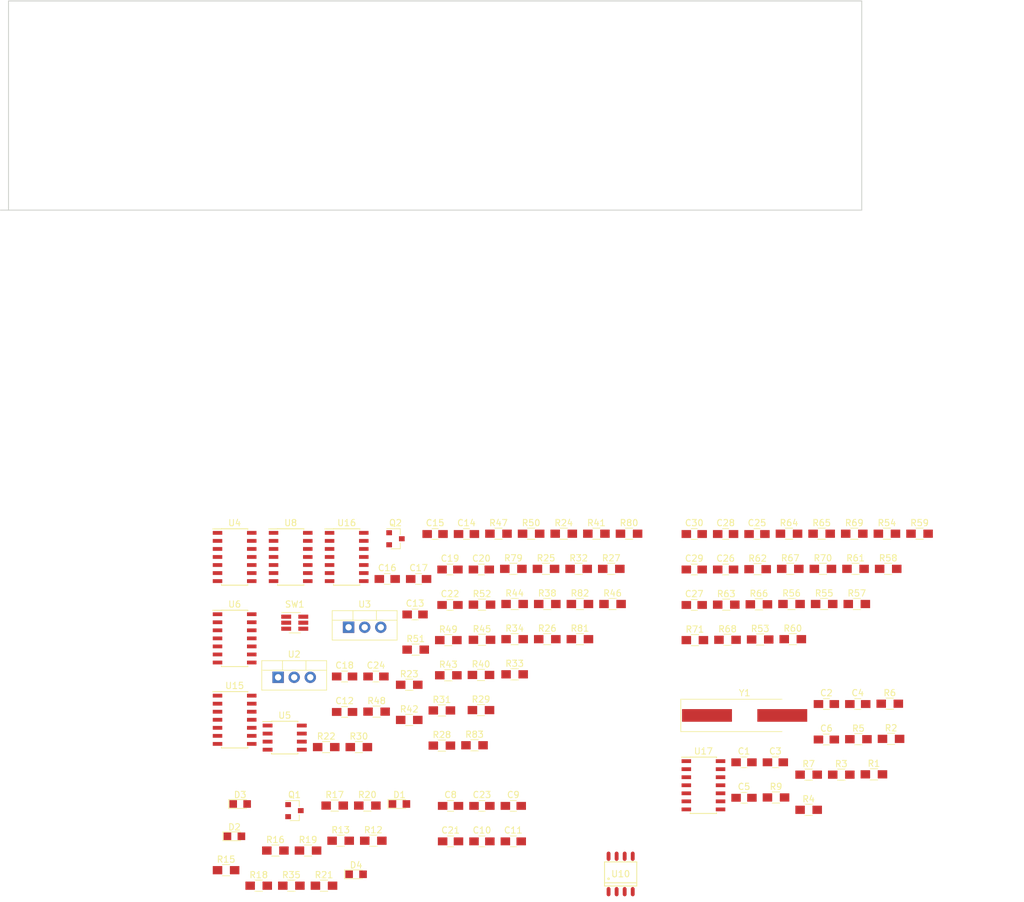
<source format=kicad_pcb>
(kicad_pcb (version 4) (host pcbnew 4.0.2-stable)
  (layers (0 F.Cu signal) (31 B.Cu signal) (34 B.Paste user) (35 F.Paste user) (36 B.SilkS user) (37 F.SilkS user) (38 B.Mask user) (39 F.Mask user) (44 Edge.Cuts user))
  (net 0 "")
  (net 1 GND)
  (net 2 /A1_LV)
  (net 3 /A2_LV)
  (net 4 "Net-(C3-Pad1)")
  (net 5 /IMD)
  (net 6 "Net-(C4-Pad2)")
  (net 7 "Net-(C5-Pad1)")
  (net 8 "Net-(C6-Pad1)")
  (net 9 "Net-(C8-Pad1)")
  (net 10 "/Power System/HV-")
  (net 11 +24V)
  (net 12 "/Power System/LVRTN")
  (net 13 /ThrottlePlausibility/APPS1_10)
  (net 14 +5V)
  (net 15 /ThrottlePlausibility/APPS1)
  (net 16 /ThrottlePlausibility/RTN_GLV)
  (net 17 "Net-(C18-Pad1)")
  (net 18 "Net-(C19-Pad2)")
  (net 19 "Net-(C20-Pad1)")
  (net 20 /ThrottlePlausibility/BP_uC)
  (net 21 "/Power System/HVPL")
  (net 22 "/Power System/HVPL_RTN")
  (net 23 "Net-(C24-Pad1)")
  (net 24 "Net-(C24-Pad2)")
  (net 25 /Isolators/+5HV)
  (net 26 /Isolators/I/O_Ground)
  (net 27 "Net-(C26-Pad2)")
  (net 28 "Net-(C27-Pad1)")
  (net 29 "Net-(C28-Pad1)")
  (net 30 "Net-(C28-Pad2)")
  (net 31 "Net-(C29-Pad1)")
  (net 32 "Net-(C30-Pad2)")
  (net 33 "Net-(D1-Pad2)")
  (net 34 "Net-(D2-Pad2)")
  (net 35 "Net-(D3-Pad2)")
  (net 36 "Net-(D4-Pad2)")
  (net 37 "Net-(Q1-Pad1)")
  (net 38 Brake_Light)
  (net 39 "Net-(Q2-Pad1)")
  (net 40 "Net-(Q2-Pad2)")
  (net 41 "Net-(Q2-Pad3)")
  (net 42 /IMD_PWM)
  (net 43 "Net-(R2-Pad1)")
  (net 44 "Net-(R3-Pad1)")
  (net 45 /I_Measure)
  (net 46 "Net-(R7-Pad1)")
  (net 47 AIRs+_in)
  (net 48 "Net-(R9-Pad2)")
  (net 49 "Net-(R12-Pad1)")
  (net 50 "/Status Lights/D_LED_CTRL")
  (net 51 "/Status Lights/BP_uC")
  (net 52 "Net-(R15-Pad1)")
  (net 53 "/Status Lights/RTDS_CTRL")
  (net 54 "Net-(R16-Pad2)")
  (net 55 +12V)
  (net 56 Heartbeat)
  (net 57 Spare_Red)
  (net 58 Spare_Blue)
  (net 59 "Net-(R22-Pad1)")
  (net 60 "Net-(R24-Pad1)")
  (net 61 "Net-(R25-Pad1)")
  (net 62 /ThrottlePlausibility/APPS1_ISO)
  (net 63 "Net-(R28-Pad1)")
  (net 64 "Net-(R29-Pad1)")
  (net 65 "Net-(R31-Pad1)")
  (net 66 "Net-(R32-Pad1)")
  (net 67 "Net-(R33-Pad1)")
  (net 68 "Net-(R35-Pad2)")
  (net 69 "Net-(R38-Pad1)")
  (net 70 "Net-(R38-Pad2)")
  (net 71 "Net-(R40-Pad1)")
  (net 72 "Net-(R41-Pad1)")
  (net 73 "Net-(R42-Pad1)")
  (net 74 "Net-(R43-Pad1)")
  (net 75 "Net-(R44-Pad1)")
  (net 76 "Net-(R45-Pad1)")
  (net 77 /ThrottlePlausibility/uC_THROTTLE)
  (net 78 /ThrottlePlausibility/Throttle_PL)
  (net 79 /ThrottlePlausibility/BP)
  (net 80 "Net-(R53-Pad1)")
  (net 81 /Isolators/V_Measure)
  (net 82 "Net-(R54-Pad1)")
  (net 83 "Net-(R57-Pad1)")
  (net 84 /Isolators/Throttle_LV)
  (net 85 "Net-(R59-Pad1)")
  (net 86 "Net-(R60-Pad1)")
  (net 87 "Net-(R63-Pad1)")
  (net 88 "Net-(R64-Pad1)")
  (net 89 /Isolators/Throttle_HV)
  (net 90 "Net-(R66-Pad1)")
  (net 91 "Net-(R67-Pad1)")
  (net 92 "Net-(R68-Pad1)")
  (net 93 "Net-(R69-Pad1)")
  (net 94 /Isolators/HV+)
  (net 95 /Isolators/HV-)
  (net 96 "Net-(R79-Pad1)")
  (net 97 "Net-(R80-Pad2)")
  (net 98 /ThrottlePlausibility/Pedal_Out)
  (net 99 /ThrottlePlausibility/Throttle_LV)
  (net 100 "/CAN Transceiver/CANTX")
  (net 101 "/CAN Transceiver/CANRX")
  (net 102 "Net-(U10-Pad5)")
  (net 103 CANL)
  (net 104 CANH)
  (net 105 "Net-(R10-Pad1)")
  (module Capacitors_SMD:C_0805_HandSoldering (layer F.Cu) (at 229.075001 149.405)
    (fp_text reference C1 (at 0 -1.75) (layer F.SilkS))
    (fp_text value 0.1u)
    (pad 1 smd rect (at -1.25 0) (size 1.5 1.25) (layers F.Cu F.Paste F.Mask) (net 1 GND))
    (pad 2 smd rect (at 1.25 0) (size 1.5 1.25) (layers F.Cu F.Paste F.Mask) (net 2 /A1_LV))
  )
  (module Capacitors_SMD:C_0805_HandSoldering (layer F.Cu) (at 242.075001 140.205)
    (fp_text reference C2 (at 0 -1.75) (layer F.SilkS))
    (fp_text value 0.1u)
    (pad 1 smd rect (at -1.25 0) (size 1.5 1.25) (layers F.Cu F.Paste F.Mask) (net 3 /A2_LV))
    (pad 2 smd rect (at 1.25 0) (size 1.5 1.25) (layers F.Cu F.Paste F.Mask) (net 1 GND))
  )
  (module Capacitors_SMD:C_0805_HandSoldering (layer F.Cu) (at 234.025001 149.405)
    (fp_text reference C3 (at 0 -1.75) (layer F.SilkS))
    (fp_text value 0.47u)
    (pad 1 smd rect (at -1.25 0) (size 1.5 1.25) (layers F.Cu F.Paste F.Mask) (net 4 "Net-(C3-Pad1)"))
    (pad 2 smd rect (at 1.25 0) (size 1.5 1.25) (layers F.Cu F.Paste F.Mask) (net 1 GND))
  )
  (module Capacitors_SMD:C_0805_HandSoldering (layer F.Cu) (at 247.025001 140.205)
    (fp_text reference C4 (at 0 -1.75) (layer F.SilkS))
    (fp_text value 0.47u)
    (pad 1 smd rect (at -1.25 0) (size 1.5 1.25) (layers F.Cu F.Paste F.Mask) (net 5 /IMD))
    (pad 2 smd rect (at 1.25 0) (size 1.5 1.25) (layers F.Cu F.Paste F.Mask) (net 6 "Net-(C4-Pad2)"))
  )
  (module Capacitors_SMD:C_0805_HandSoldering (layer F.Cu) (at 229.075001 155.005)
    (fp_text reference C5 (at 0 -1.75) (layer F.SilkS))
    (fp_text value 10p)
    (pad 1 smd rect (at -1.25 0) (size 1.5 1.25) (layers F.Cu F.Paste F.Mask) (net 7 "Net-(C5-Pad1)"))
    (pad 2 smd rect (at 1.25 0) (size 1.5 1.25) (layers F.Cu F.Paste F.Mask) (net 1 GND))
  )
  (module Capacitors_SMD:C_0805_HandSoldering (layer F.Cu) (at 242.075001 145.805)
    (fp_text reference C6 (at 0 -1.75) (layer F.SilkS))
    (fp_text value 10p)
    (pad 1 smd rect (at -1.25 0) (size 1.5 1.25) (layers F.Cu F.Paste F.Mask) (net 8 "Net-(C6-Pad1)"))
    (pad 2 smd rect (at 1.25 0) (size 1.5 1.25) (layers F.Cu F.Paste F.Mask) (net 1 GND))
  )
  (module Capacitors_SMD:C_0805_HandSoldering (layer F.Cu) (at 182.775001 156.285)
    (fp_text reference C8 (at 0 -1.75) (layer F.SilkS))
    (fp_text value 10uF)
    (pad 1 smd rect (at -1.25 0) (size 1.5 1.25) (layers F.Cu F.Paste F.Mask) (net 9 "Net-(C8-Pad1)"))
    (pad 2 smd rect (at 1.25 0) (size 1.5 1.25) (layers F.Cu F.Paste F.Mask) (net 10 "/Power System/HV-"))
  )
  (module Capacitors_SMD:C_0805_HandSoldering (layer F.Cu) (at 192.675001 156.285)
    (fp_text reference C9 (at 0 -1.75) (layer F.SilkS))
    (fp_text value 6.8uF)
    (pad 1 smd rect (at -1.25 0) (size 1.5 1.25) (layers F.Cu F.Paste F.Mask) (net 11 +24V))
    (pad 2 smd rect (at 1.25 0) (size 1.5 1.25) (layers F.Cu F.Paste F.Mask) (net 12 "/Power System/LVRTN"))
  )
  (module Capacitors_SMD:C_0805_HandSoldering (layer F.Cu) (at 187.725001 161.885)
    (fp_text reference C10 (at 0 -1.75) (layer F.SilkS))
    (fp_text value 10uF)
    (pad 1 smd rect (at -1.25 0) (size 1.5 1.25) (layers F.Cu F.Paste F.Mask) (net 11 +24V))
    (pad 2 smd rect (at 1.25 0) (size 1.5 1.25) (layers F.Cu F.Paste F.Mask) (net 12 "/Power System/LVRTN"))
  )
  (module Capacitors_SMD:C_0805_HandSoldering (layer F.Cu) (at 192.675001 161.885)
    (fp_text reference C11 (at 0 -1.75) (layer F.SilkS))
    (fp_text value 10uF)
    (pad 1 smd rect (at -1.25 0) (size 1.5 1.25) (layers F.Cu F.Paste F.Mask) (net 11 +24V))
    (pad 2 smd rect (at 1.25 0) (size 1.5 1.25) (layers F.Cu F.Paste F.Mask) (net 12 "/Power System/LVRTN"))
  )
  (module Capacitors_SMD:C_0805_HandSoldering (layer F.Cu) (at 166.055001 141.455)
    (fp_text reference C12 (at 0 -1.75) (layer F.SilkS))
    (fp_text value 0.1u)
    (pad 1 smd rect (at -1.25 0) (size 1.5 1.25) (layers F.Cu F.Paste F.Mask) (net 13 /ThrottlePlausibility/APPS1_10))
    (pad 2 smd rect (at 1.25 0) (size 1.5 1.25) (layers F.Cu F.Paste F.Mask) (net 1 GND))
  )
  (module Capacitors_SMD:C_0805_HandSoldering (layer F.Cu) (at 177.175001 126.065)
    (fp_text reference C13 (at 0 -1.75) (layer F.SilkS))
    (fp_text value 0.1u)
    (pad 1 smd rect (at -1.25 0) (size 1.5 1.25) (layers F.Cu F.Paste F.Mask) (net 14 +5V))
    (pad 2 smd rect (at 1.25 0) (size 1.5 1.25) (layers F.Cu F.Paste F.Mask) (net 1 GND))
  )
  (module Capacitors_SMD:C_0805_HandSoldering (layer F.Cu) (at 185.285001 113.365)
    (fp_text reference C14 (at 0 -1.75) (layer F.SilkS))
    (fp_text value 0.1u)
    (pad 1 smd rect (at -1.25 0) (size 1.5 1.25) (layers F.Cu F.Paste F.Mask) (net 14 +5V))
    (pad 2 smd rect (at 1.25 0) (size 1.5 1.25) (layers F.Cu F.Paste F.Mask) (net 1 GND))
  )
  (module Capacitors_SMD:C_0805_HandSoldering (layer F.Cu) (at 180.335001 113.365)
    (fp_text reference C15 (at 0 -1.75) (layer F.SilkS))
    (fp_text value 0.1u)
    (pad 1 smd rect (at -1.25 0) (size 1.5 1.25) (layers F.Cu F.Paste F.Mask) (net 15 /ThrottlePlausibility/APPS1))
    (pad 2 smd rect (at 1.25 0) (size 1.5 1.25) (layers F.Cu F.Paste F.Mask) (net 1 GND))
  )
  (module Capacitors_SMD:C_0805_HandSoldering (layer F.Cu) (at 172.785001 120.465)
    (fp_text reference C16 (at 0 -1.75) (layer F.SilkS))
    (fp_text value 0.1u)
    (pad 1 smd rect (at -1.25 0) (size 1.5 1.25) (layers F.Cu F.Paste F.Mask) (net 15 /ThrottlePlausibility/APPS1))
    (pad 2 smd rect (at 1.25 0) (size 1.5 1.25) (layers F.Cu F.Paste F.Mask) (net 1 GND))
  )
  (module Capacitors_SMD:C_0805_HandSoldering (layer F.Cu) (at 177.735001 120.465)
    (fp_text reference C17 (at 0 -1.75) (layer F.SilkS))
    (fp_text value 0.1u)
    (pad 1 smd rect (at -1.25 0) (size 1.5 1.25) (layers F.Cu F.Paste F.Mask) (net 16 /ThrottlePlausibility/RTN_GLV))
    (pad 2 smd rect (at 1.25 0) (size 1.5 1.25) (layers F.Cu F.Paste F.Mask) (net 1 GND))
  )
  (module Capacitors_SMD:C_0805_HandSoldering (layer F.Cu) (at 166.055001 135.855)
    (fp_text reference C18 (at 0 -1.75) (layer F.SilkS))
    (fp_text value 0.1u)
    (pad 1 smd rect (at -1.25 0) (size 1.5 1.25) (layers F.Cu F.Paste F.Mask) (net 17 "Net-(C18-Pad1)"))
    (pad 2 smd rect (at 1.25 0) (size 1.5 1.25) (layers F.Cu F.Paste F.Mask) (net 1 GND))
  )
  (module Capacitors_SMD:C_0805_HandSoldering (layer F.Cu) (at 182.685001 118.965)
    (fp_text reference C19 (at 0 -1.75) (layer F.SilkS))
    (fp_text value 0.1u)
    (pad 1 smd rect (at -1.25 0) (size 1.5 1.25) (layers F.Cu F.Paste F.Mask) (net 1 GND))
    (pad 2 smd rect (at 1.25 0) (size 1.5 1.25) (layers F.Cu F.Paste F.Mask) (net 18 "Net-(C19-Pad2)"))
  )
  (module Capacitors_SMD:C_0805_HandSoldering (layer F.Cu) (at 187.635001 118.965)
    (fp_text reference C20 (at 0 -1.75) (layer F.SilkS))
    (fp_text value 0.01u)
    (pad 1 smd rect (at -1.25 0) (size 1.5 1.25) (layers F.Cu F.Paste F.Mask) (net 19 "Net-(C20-Pad1)"))
    (pad 2 smd rect (at 1.25 0) (size 1.5 1.25) (layers F.Cu F.Paste F.Mask) (net 1 GND))
  )
  (module Capacitors_SMD:C_0805_HandSoldering (layer F.Cu) (at 182.775001 161.885)
    (fp_text reference C21 (at 0 -1.75) (layer F.SilkS))
    (fp_text value 6.8uF)
    (pad 1 smd rect (at -1.25 0) (size 1.5 1.25) (layers F.Cu F.Paste F.Mask) (net 11 +24V))
    (pad 2 smd rect (at 1.25 0) (size 1.5 1.25) (layers F.Cu F.Paste F.Mask) (net 12 "/Power System/LVRTN"))
  )
  (module Capacitors_SMD:C_0805_HandSoldering (layer F.Cu) (at 182.685001 124.565)
    (fp_text reference C22 (at 0 -1.75) (layer F.SilkS))
    (fp_text value DNP)
    (pad 1 smd rect (at -1.25 0) (size 1.5 1.25) (layers F.Cu F.Paste F.Mask) (net 20 /ThrottlePlausibility/BP_uC))
    (pad 2 smd rect (at 1.25 0) (size 1.5 1.25) (layers F.Cu F.Paste F.Mask) (net 1 GND))
  )
  (module Capacitors_SMD:C_0805_HandSoldering (layer F.Cu) (at 187.725001 156.285)
    (fp_text reference C23 (at 0 -1.75) (layer F.SilkS))
    (fp_text value 10uF)
    (pad 1 smd rect (at -1.25 0) (size 1.5 1.25) (layers F.Cu F.Paste F.Mask) (net 21 "/Power System/HVPL"))
    (pad 2 smd rect (at 1.25 0) (size 1.5 1.25) (layers F.Cu F.Paste F.Mask) (net 22 "/Power System/HVPL_RTN"))
  )
  (module Capacitors_SMD:C_0805_HandSoldering (layer F.Cu) (at 171.005001 135.855)
    (fp_text reference C24 (at 0 -1.75) (layer F.SilkS))
    (fp_text value 0.01u)
    (pad 1 smd rect (at -1.25 0) (size 1.5 1.25) (layers F.Cu F.Paste F.Mask) (net 23 "Net-(C24-Pad1)"))
    (pad 2 smd rect (at 1.25 0) (size 1.5 1.25) (layers F.Cu F.Paste F.Mask) (net 24 "Net-(C24-Pad2)"))
  )
  (module Capacitors_SMD:C_0805_HandSoldering (layer F.Cu) (at 231.125001 113.365)
    (fp_text reference C25 (at 0 -1.75) (layer F.SilkS))
    (fp_text value 0.1u)
    (pad 1 smd rect (at -1.25 0) (size 1.5 1.25) (layers F.Cu F.Paste F.Mask) (net 25 /Isolators/+5HV))
    (pad 2 smd rect (at 1.25 0) (size 1.5 1.25) (layers F.Cu F.Paste F.Mask) (net 26 /Isolators/I/O_Ground))
  )
  (module Capacitors_SMD:C_0805_HandSoldering (layer F.Cu) (at 226.175001 118.965)
    (fp_text reference C26 (at 0 -1.75) (layer F.SilkS))
    (fp_text value 0.1u)
    (pad 1 smd rect (at -1.25 0) (size 1.5 1.25) (layers F.Cu F.Paste F.Mask) (net 14 +5V))
    (pad 2 smd rect (at 1.25 0) (size 1.5 1.25) (layers F.Cu F.Paste F.Mask) (net 27 "Net-(C26-Pad2)"))
  )
  (module Capacitors_SMD:C_0805_HandSoldering (layer F.Cu) (at 221.225001 124.565)
    (fp_text reference C27 (at 0 -1.75) (layer F.SilkS))
    (fp_text value 0.1u)
    (pad 1 smd rect (at -1.25 0) (size 1.5 1.25) (layers F.Cu F.Paste F.Mask) (net 28 "Net-(C27-Pad1)"))
    (pad 2 smd rect (at 1.25 0) (size 1.5 1.25) (layers F.Cu F.Paste F.Mask) (net 1 GND))
  )
  (module Capacitors_SMD:C_0805_HandSoldering (layer F.Cu) (at 226.175001 113.365)
    (fp_text reference C28 (at 0 -1.75) (layer F.SilkS))
    (fp_text value DNP)
    (pad 1 smd rect (at -1.25 0) (size 1.5 1.25) (layers F.Cu F.Paste F.Mask) (net 29 "Net-(C28-Pad1)"))
    (pad 2 smd rect (at 1.25 0) (size 1.5 1.25) (layers F.Cu F.Paste F.Mask) (net 30 "Net-(C28-Pad2)"))
  )
  (module Capacitors_SMD:C_0805_HandSoldering (layer F.Cu) (at 221.225001 118.965)
    (fp_text reference C29 (at 0 -1.75) (layer F.SilkS))
    (fp_text value 0.1u)
    (pad 1 smd rect (at -1.25 0) (size 1.5 1.25) (layers F.Cu F.Paste F.Mask) (net 31 "Net-(C29-Pad1)"))
    (pad 2 smd rect (at 1.25 0) (size 1.5 1.25) (layers F.Cu F.Paste F.Mask) (net 26 /Isolators/I/O_Ground))
  )
  (module Capacitors_SMD:C_0805_HandSoldering (layer F.Cu) (at 221.225001 113.365)
    (fp_text reference C30 (at 0 -1.75) (layer F.SilkS))
    (fp_text value 0.1u)
    (pad 1 smd rect (at -1.25 0) (size 1.5 1.25) (layers F.Cu F.Paste F.Mask) (net 26 /Isolators/I/O_Ground))
    (pad 2 smd rect (at 1.25 0) (size 1.5 1.25) (layers F.Cu F.Paste F.Mask) (net 32 "Net-(C30-Pad2)"))
  )
  (module LEDs:LED_0805 (layer F.Cu) (at 174.709286 155.985)
    (fp_text reference D1 (at 0 -1.45) (layer F.SilkS))
    (fp_text value Power)
    (pad 2 smd rect (at 1.1 0 180) (size 1.2 1.2) (layers F.Cu F.Paste F.Mask) (net 33 "Net-(D1-Pad2)"))
    (pad 1 smd rect (at -1.1 0 180) (size 1.2 1.2) (layers F.Cu F.Paste F.Mask) (net 1 GND))
  )
  (module LEDs:LED_0805 (layer F.Cu) (at 148.674048 161.085)
    (fp_text reference D2 (at 0 -1.45) (layer F.SilkS))
    (fp_text value Heartbeat)
    (pad 2 smd rect (at 1.1 0 180) (size 1.2 1.2) (layers F.Cu F.Paste F.Mask) (net 34 "Net-(D2-Pad2)"))
    (pad 1 smd rect (at -1.1 0 180) (size 1.2 1.2) (layers F.Cu F.Paste F.Mask) (net 1 GND))
  )
  (module LEDs:LED_0805 (layer F.Cu) (at 149.57881 155.985)
    (fp_text reference D3 (at 0 -1.45) (layer F.SilkS))
    (fp_text value Spare/Fault)
    (pad 2 smd rect (at 1.1 0 180) (size 1.2 1.2) (layers F.Cu F.Paste F.Mask) (net 35 "Net-(D3-Pad2)"))
    (pad 1 smd rect (at -1.1 0 180) (size 1.2 1.2) (layers F.Cu F.Paste F.Mask) (net 1 GND))
  )
  (module LEDs:LED_0805 (layer F.Cu) (at 167.869286 167.085)
    (fp_text reference D4 (at 0 -1.45) (layer F.SilkS))
    (fp_text value Power)
    (pad 2 smd rect (at 1.1 0 180) (size 1.2 1.2) (layers F.Cu F.Paste F.Mask) (net 36 "Net-(D4-Pad2)"))
    (pad 1 smd rect (at -1.1 0 180) (size 1.2 1.2) (layers F.Cu F.Paste F.Mask) (net 1 GND))
  )
  (module TO_SOT_Packages_SMD:SOT-23 (layer F.Cu) (at 158.145 157.035)
    (fp_text reference Q1 (at 0 -2.5) (layer F.SilkS))
    (fp_text value MMBF170)
    (pad 1 smd rect (at -1 -0.95) (size 0.9 0.8) (layers F.Cu F.Paste F.Mask) (net 37 "Net-(Q1-Pad1)"))
    (pad 2 smd rect (at -1 0.95) (size 0.9 0.8) (layers F.Cu F.Paste F.Mask) (net 1 GND))
    (pad 3 smd rect (at 1 0) (size 0.9 0.8) (layers F.Cu F.Paste F.Mask) (net 38 Brake_Light))
  )
  (module TO_SOT_Packages_SMD:SOT-23 (layer F.Cu) (at 174.085 114.115)
    (fp_text reference Q2 (at 0 -2.5) (layer F.SilkS))
    (fp_text value MMBF170)
    (pad 1 smd rect (at -1 -0.95) (size 0.9 0.8) (layers F.Cu F.Paste F.Mask) (net 39 "Net-(Q2-Pad1)"))
    (pad 2 smd rect (at -1 0.95) (size 0.9 0.8) (layers F.Cu F.Paste F.Mask) (net 40 "Net-(Q2-Pad2)"))
    (pad 3 smd rect (at 1 0) (size 0.9 0.8) (layers F.Cu F.Paste F.Mask) (net 41 "Net-(Q2-Pad3)"))
  )
  (module Resistors_SMD:R_0805_HandSoldering (layer F.Cu) (at 249.575001 151.305)
    (fp_text reference R1 (at 0 -1.7) (layer F.SilkS))
    (fp_text value 160k)
    (pad 1 smd rect (at -1.35 0) (size 1.5 1.3) (layers F.Cu F.Paste F.Mask) (net 42 /IMD_PWM))
    (pad 2 smd rect (at 1.35 0) (size 1.5 1.3) (layers F.Cu F.Paste F.Mask) (net 4 "Net-(C3-Pad1)"))
  )
  (module Resistors_SMD:R_0805_HandSoldering (layer F.Cu) (at 252.275001 145.705)
    (fp_text reference R2 (at 0 -1.7) (layer F.SilkS))
    (fp_text value 1k)
    (pad 1 smd rect (at -1.35 0) (size 1.5 1.3) (layers F.Cu F.Paste F.Mask) (net 43 "Net-(R2-Pad1)"))
    (pad 2 smd rect (at 1.35 0) (size 1.5 1.3) (layers F.Cu F.Paste F.Mask) (net 2 /A1_LV))
  )
  (module Resistors_SMD:R_0805_HandSoldering (layer F.Cu) (at 244.425001 151.355)
    (fp_text reference R3 (at 0 -1.7) (layer F.SilkS))
    (fp_text value 1k)
    (pad 1 smd rect (at -1.35 0) (size 1.5 1.3) (layers F.Cu F.Paste F.Mask) (net 44 "Net-(R3-Pad1)"))
    (pad 2 smd rect (at 1.35 0) (size 1.5 1.3) (layers F.Cu F.Paste F.Mask) (net 3 /A2_LV))
  )
  (module Resistors_SMD:R_0805_HandSoldering (layer F.Cu) (at 239.275001 156.905)
    (fp_text reference R4 (at 0 -1.7) (layer F.SilkS))
    (fp_text value 1k)
    (pad 1 smd rect (at -1.35 0) (size 1.5 1.3) (layers F.Cu F.Paste F.Mask) (net 43 "Net-(R2-Pad1)"))
    (pad 2 smd rect (at 1.35 0) (size 1.5 1.3) (layers F.Cu F.Paste F.Mask) (net 1 GND))
  )
  (module Resistors_SMD:R_0805_HandSoldering (layer F.Cu) (at 247.125001 145.755)
    (fp_text reference R5 (at 0 -1.7) (layer F.SilkS))
    (fp_text value 160k)
    (pad 1 smd rect (at -1.35 0) (size 1.5 1.3) (layers F.Cu F.Paste F.Mask) (net 4 "Net-(C3-Pad1)"))
    (pad 2 smd rect (at 1.35 0) (size 1.5 1.3) (layers F.Cu F.Paste F.Mask) (net 6 "Net-(C4-Pad2)"))
  )
  (module Resistors_SMD:R_0805_HandSoldering (layer F.Cu) (at 252.075001 140.155)
    (fp_text reference R6 (at 0 -1.7) (layer F.SilkS))
    (fp_text value 1k)
    (pad 1 smd rect (at -1.35 0) (size 1.5 1.3) (layers F.Cu F.Paste F.Mask) (net 45 /I_Measure))
    (pad 2 smd rect (at 1.35 0) (size 1.5 1.3) (layers F.Cu F.Paste F.Mask) (net 44 "Net-(R3-Pad1)"))
  )
  (module Resistors_SMD:R_0805_HandSoldering (layer F.Cu) (at 239.275001 151.355)
    (fp_text reference R7 (at 0 -1.7) (layer F.SilkS))
    (fp_text value 1k)
    (pad 1 smd rect (at -1.35 0) (size 1.5 1.3) (layers F.Cu F.Paste F.Mask) (net 46 "Net-(R7-Pad1)"))
    (pad 2 smd rect (at 1.35 0) (size 1.5 1.3) (layers F.Cu F.Paste F.Mask) (net 47 AIRs+_in))
  )
  (module Resistors_SMD:R_0805_HandSoldering (layer F.Cu) (at 234.125001 154.955)
    (fp_text reference R9 (at 0 -1.7) (layer F.SilkS))
    (fp_text value 1k)
    (pad 1 smd rect (at -1.35 0) (size 1.5 1.3) (layers F.Cu F.Paste F.Mask) (net 14 +5V))
    (pad 2 smd rect (at 1.35 0) (size 1.5 1.3) (layers F.Cu F.Paste F.Mask) (net 48 "Net-(R9-Pad2)"))
  )
  (module Resistors_SMD:R_0805_HandSoldering (layer F.Cu) (at 170.585001 161.785)
    (fp_text reference R12 (at 0 -1.7) (layer F.SilkS))
    (fp_text value 150)
    (pad 1 smd rect (at -1.35 0) (size 1.5 1.3) (layers F.Cu F.Paste F.Mask) (net 49 "Net-(R12-Pad1)"))
    (pad 2 smd rect (at 1.35 0) (size 1.5 1.3) (layers F.Cu F.Paste F.Mask) (net 50 "/Status Lights/D_LED_CTRL"))
  )
  (module Resistors_SMD:R_0805_HandSoldering (layer F.Cu) (at 165.435001 161.785)
    (fp_text reference R13 (at 0 -1.7) (layer F.SilkS))
    (fp_text value 1k)
    (pad 1 smd rect (at -1.35 0) (size 1.5 1.3) (layers F.Cu F.Paste F.Mask) (net 37 "Net-(Q1-Pad1)"))
    (pad 2 smd rect (at 1.35 0) (size 1.5 1.3) (layers F.Cu F.Paste F.Mask) (net 51 "/Status Lights/BP_uC"))
  )
  (module Resistors_SMD:R_0805_HandSoldering (layer F.Cu) (at 147.355001 166.435)
    (fp_text reference R15 (at 0 -1.7) (layer F.SilkS))
    (fp_text value 150)
    (pad 1 smd rect (at -1.35 0) (size 1.5 1.3) (layers F.Cu F.Paste F.Mask) (net 52 "Net-(R15-Pad1)"))
    (pad 2 smd rect (at 1.35 0) (size 1.5 1.3) (layers F.Cu F.Paste F.Mask) (net 53 "/Status Lights/RTDS_CTRL"))
  )
  (module Resistors_SMD:R_0805_HandSoldering (layer F.Cu) (at 155.135001 163.335)
    (fp_text reference R16 (at 0 -1.7) (layer F.SilkS))
    (fp_text value 2k)
    (pad 1 smd rect (at -1.35 0) (size 1.5 1.3) (layers F.Cu F.Paste F.Mask) (net 11 +24V))
    (pad 2 smd rect (at 1.35 0) (size 1.5 1.3) (layers F.Cu F.Paste F.Mask) (net 54 "Net-(R16-Pad2)"))
  )
  (module Resistors_SMD:R_0805_HandSoldering (layer F.Cu) (at 164.495001 156.235)
    (fp_text reference R17 (at 0 -1.7) (layer F.SilkS))
    (fp_text value 150)
    (pad 1 smd rect (at -1.35 0) (size 1.5 1.3) (layers F.Cu F.Paste F.Mask) (net 38 Brake_Light))
    (pad 2 smd rect (at 1.35 0) (size 1.5 1.3) (layers F.Cu F.Paste F.Mask) (net 55 +12V))
  )
  (module Resistors_SMD:R_0805_HandSoldering (layer F.Cu) (at 152.505001 168.885)
    (fp_text reference R18 (at 0 -1.7) (layer F.SilkS))
    (fp_text value 1k)
    (pad 1 smd rect (at -1.35 0) (size 1.5 1.3) (layers F.Cu F.Paste F.Mask) (net 14 +5V))
    (pad 2 smd rect (at 1.35 0) (size 1.5 1.3) (layers F.Cu F.Paste F.Mask) (net 33 "Net-(D1-Pad2)"))
  )
  (module Resistors_SMD:R_0805_HandSoldering (layer F.Cu) (at 160.285001 163.335)
    (fp_text reference R19 (at 0 -1.7) (layer F.SilkS))
    (fp_text value 1k)
    (pad 1 smd rect (at -1.35 0) (size 1.5 1.3) (layers F.Cu F.Paste F.Mask) (net 56 Heartbeat))
    (pad 2 smd rect (at 1.35 0) (size 1.5 1.3) (layers F.Cu F.Paste F.Mask) (net 34 "Net-(D2-Pad2)"))
  )
  (module Resistors_SMD:R_0805_HandSoldering (layer F.Cu) (at 169.645001 156.235)
    (fp_text reference R20 (at 0 -1.7) (layer F.SilkS))
    (fp_text value 1k)
    (pad 1 smd rect (at -1.35 0) (size 1.5 1.3) (layers F.Cu F.Paste F.Mask) (net 57 Spare_Red))
    (pad 2 smd rect (at 1.35 0) (size 1.5 1.3) (layers F.Cu F.Paste F.Mask) (net 35 "Net-(D3-Pad2)"))
  )
  (module Resistors_SMD:R_0805_HandSoldering (layer F.Cu) (at 162.805001 168.885)
    (fp_text reference R21 (at 0 -1.7) (layer F.SilkS))
    (fp_text value 1k)
    (pad 1 smd rect (at -1.35 0) (size 1.5 1.3) (layers F.Cu F.Paste F.Mask) (net 58 Spare_Blue))
    (pad 2 smd rect (at 1.35 0) (size 1.5 1.3) (layers F.Cu F.Paste F.Mask) (net 36 "Net-(D4-Pad2)"))
  )
  (module Resistors_SMD:R_0805_HandSoldering (layer F.Cu) (at 163.155001 147.005)
    (fp_text reference R22 (at 0 -1.7) (layer F.SilkS))
    (fp_text value 3k)
    (pad 1 smd rect (at -1.35 0) (size 1.5 1.3) (layers F.Cu F.Paste F.Mask) (net 59 "Net-(R22-Pad1)"))
    (pad 2 smd rect (at 1.35 0) (size 1.5 1.3) (layers F.Cu F.Paste F.Mask) (net 15 /ThrottlePlausibility/APPS1))
  )
  (module Resistors_SMD:R_0805_HandSoldering (layer F.Cu) (at 176.255001 137.165)
    (fp_text reference R23 (at 0 -1.7) (layer F.SilkS))
    (fp_text value 2k)
    (pad 1 smd rect (at -1.35 0) (size 1.5 1.3) (layers F.Cu F.Paste F.Mask) (net 14 +5V))
    (pad 2 smd rect (at 1.35 0) (size 1.5 1.3) (layers F.Cu F.Paste F.Mask) (net 59 "Net-(R22-Pad1)"))
  )
  (module Resistors_SMD:R_0805_HandSoldering (layer F.Cu) (at 200.635001 113.315)
    (fp_text reference R24 (at 0 -1.7) (layer F.SilkS))
    (fp_text value 2k)
    (pad 1 smd rect (at -1.35 0) (size 1.5 1.3) (layers F.Cu F.Paste F.Mask) (net 60 "Net-(R24-Pad1)"))
    (pad 2 smd rect (at 1.35 0) (size 1.5 1.3) (layers F.Cu F.Paste F.Mask) (net 18 "Net-(C19-Pad2)"))
  )
  (module Resistors_SMD:R_0805_HandSoldering (layer F.Cu) (at 197.835001 118.865)
    (fp_text reference R25 (at 0 -1.7) (layer F.SilkS))
    (fp_text value 2k)
    (pad 1 smd rect (at -1.35 0) (size 1.5 1.3) (layers F.Cu F.Paste F.Mask) (net 61 "Net-(R25-Pad1)"))
    (pad 2 smd rect (at 1.35 0) (size 1.5 1.3) (layers F.Cu F.Paste F.Mask) (net 17 "Net-(C18-Pad1)"))
  )
  (module Resistors_SMD:R_0805_HandSoldering (layer F.Cu) (at 198.035001 129.965)
    (fp_text reference R26 (at 0 -1.7) (layer F.SilkS))
    (fp_text value 4.99k)
    (pad 1 smd rect (at -1.35 0) (size 1.5 1.3) (layers F.Cu F.Paste F.Mask) (net 60 "Net-(R24-Pad1)"))
    (pad 2 smd rect (at 1.35 0) (size 1.5 1.3) (layers F.Cu F.Paste F.Mask) (net 1 GND))
  )
  (module Resistors_SMD:R_0805_HandSoldering (layer F.Cu) (at 208.135001 118.865)
    (fp_text reference R27 (at 0 -1.7) (layer F.SilkS))
    (fp_text value 4.99k)
    (pad 1 smd rect (at -1.35 0) (size 1.5 1.3) (layers F.Cu F.Paste F.Mask) (net 62 /ThrottlePlausibility/APPS1_ISO))
    (pad 2 smd rect (at 1.35 0) (size 1.5 1.3) (layers F.Cu F.Paste F.Mask) (net 61 "Net-(R25-Pad1)"))
  )
  (module Resistors_SMD:R_0805_HandSoldering (layer F.Cu) (at 181.405001 146.765)
    (fp_text reference R28 (at 0 -1.7) (layer F.SilkS))
    (fp_text value 1k)
    (pad 1 smd rect (at -1.35 0) (size 1.5 1.3) (layers F.Cu F.Paste F.Mask) (net 63 "Net-(R28-Pad1)"))
    (pad 2 smd rect (at 1.35 0) (size 1.5 1.3) (layers F.Cu F.Paste F.Mask) (net 15 /ThrottlePlausibility/APPS1))
  )
  (module Resistors_SMD:R_0805_HandSoldering (layer F.Cu) (at 187.575001 141.165)
    (fp_text reference R29 (at 0 -1.7) (layer F.SilkS))
    (fp_text value 1k)
    (pad 1 smd rect (at -1.35 0) (size 1.5 1.3) (layers F.Cu F.Paste F.Mask) (net 64 "Net-(R29-Pad1)"))
    (pad 2 smd rect (at 1.35 0) (size 1.5 1.3) (layers F.Cu F.Paste F.Mask) (net 15 /ThrottlePlausibility/APPS1))
  )
  (module Resistors_SMD:R_0805_HandSoldering (layer F.Cu) (at 168.305001 147.005)
    (fp_text reference R30 (at 0 -1.7) (layer F.SilkS))
    (fp_text value 1k)
    (pad 1 smd rect (at -1.35 0) (size 1.5 1.3) (layers F.Cu F.Paste F.Mask) (net 63 "Net-(R28-Pad1)"))
    (pad 2 smd rect (at 1.35 0) (size 1.5 1.3) (layers F.Cu F.Paste F.Mask) (net 1 GND))
  )
  (module Resistors_SMD:R_0805_HandSoldering (layer F.Cu) (at 181.405001 141.215)
    (fp_text reference R31 (at 0 -1.7) (layer F.SilkS))
    (fp_text value 1k)
    (pad 1 smd rect (at -1.35 0) (size 1.5 1.3) (layers F.Cu F.Paste F.Mask) (net 65 "Net-(R31-Pad1)"))
    (pad 2 smd rect (at 1.35 0) (size 1.5 1.3) (layers F.Cu F.Paste F.Mask) (net 64 "Net-(R29-Pad1)"))
  )
  (module Resistors_SMD:R_0805_HandSoldering (layer F.Cu) (at 202.985001 118.865)
    (fp_text reference R32 (at 0 -1.7) (layer F.SilkS))
    (fp_text value 4.75k)
    (pad 1 smd rect (at -1.35 0) (size 1.5 1.3) (layers F.Cu F.Paste F.Mask) (net 66 "Net-(R32-Pad1)"))
    (pad 2 smd rect (at 1.35 0) (size 1.5 1.3) (layers F.Cu F.Paste F.Mask) (net 13 /ThrottlePlausibility/APPS1_10))
  )
  (module Resistors_SMD:R_0805_HandSoldering (layer F.Cu) (at 192.885001 135.515)
    (fp_text reference R33 (at 0 -1.7) (layer F.SilkS))
    (fp_text value 499)
    (pad 1 smd rect (at -1.35 0) (size 1.5 1.3) (layers F.Cu F.Paste F.Mask) (net 67 "Net-(R33-Pad1)"))
    (pad 2 smd rect (at 1.35 0) (size 1.5 1.3) (layers F.Cu F.Paste F.Mask) (net 66 "Net-(R32-Pad1)"))
  )
  (module Resistors_SMD:R_0805_HandSoldering (layer F.Cu) (at 192.885001 129.965)
    (fp_text reference R34 (at 0 -1.7) (layer F.SilkS))
    (fp_text value 4.75k)
    (pad 1 smd rect (at -1.35 0) (size 1.5 1.3) (layers F.Cu F.Paste F.Mask) (net 1 GND))
    (pad 2 smd rect (at 1.35 0) (size 1.5 1.3) (layers F.Cu F.Paste F.Mask) (net 67 "Net-(R33-Pad1)"))
  )
  (module Resistors_SMD:R_0805_HandSoldering (layer F.Cu) (at 157.655001 168.885)
    (fp_text reference R35 (at 0 -1.7) (layer F.SilkS))
    (fp_text value 2k)
    (pad 1 smd rect (at -1.35 0) (size 1.5 1.3) (layers F.Cu F.Paste F.Mask) (net 11 +24V))
    (pad 2 smd rect (at 1.35 0) (size 1.5 1.3) (layers F.Cu F.Paste F.Mask) (net 68 "Net-(R35-Pad2)"))
  )
  (module Resistors_SMD:R_0805_HandSoldering (layer F.Cu) (at 198.035001 124.415)
    (fp_text reference R38 (at 0 -1.7) (layer F.SilkS))
    (fp_text value 9.31k)
    (pad 1 smd rect (at -1.35 0) (size 1.5 1.3) (layers F.Cu F.Paste F.Mask) (net 69 "Net-(R38-Pad1)"))
    (pad 2 smd rect (at 1.35 0) (size 1.5 1.3) (layers F.Cu F.Paste F.Mask) (net 70 "Net-(R38-Pad2)"))
  )
  (module Resistors_SMD:R_0805_HandSoldering (layer F.Cu) (at 187.575001 135.615)
    (fp_text reference R40 (at 0 -1.7) (layer F.SilkS))
    (fp_text value 10k)
    (pad 1 smd rect (at -1.35 0) (size 1.5 1.3) (layers F.Cu F.Paste F.Mask) (net 71 "Net-(R40-Pad1)"))
    (pad 2 smd rect (at 1.35 0) (size 1.5 1.3) (layers F.Cu F.Paste F.Mask) (net 14 +5V))
  )
  (module Resistors_SMD:R_0805_HandSoldering (layer F.Cu) (at 205.785001 113.315)
    (fp_text reference R41 (at 0 -1.7) (layer F.SilkS))
    (fp_text value 10k)
    (pad 1 smd rect (at -1.35 0) (size 1.5 1.3) (layers F.Cu F.Paste F.Mask) (net 72 "Net-(R41-Pad1)"))
    (pad 2 smd rect (at 1.35 0) (size 1.5 1.3) (layers F.Cu F.Paste F.Mask) (net 14 +5V))
  )
  (module Resistors_SMD:R_0805_HandSoldering (layer F.Cu) (at 176.255001 142.715)
    (fp_text reference R42 (at 0 -1.7) (layer F.SilkS))
    (fp_text value 4.99k)
    (pad 1 smd rect (at -1.35 0) (size 1.5 1.3) (layers F.Cu F.Paste F.Mask) (net 73 "Net-(R42-Pad1)"))
    (pad 2 smd rect (at 1.35 0) (size 1.5 1.3) (layers F.Cu F.Paste F.Mask) (net 14 +5V))
  )
  (module Resistors_SMD:R_0805_HandSoldering (layer F.Cu) (at 182.425001 135.665)
    (fp_text reference R43 (at 0 -1.7) (layer F.SilkS))
    (fp_text value 4.99k)
    (pad 1 smd rect (at -1.35 0) (size 1.5 1.3) (layers F.Cu F.Paste F.Mask) (net 74 "Net-(R43-Pad1)"))
    (pad 2 smd rect (at 1.35 0) (size 1.5 1.3) (layers F.Cu F.Paste F.Mask) (net 14 +5V))
  )
  (module Resistors_SMD:R_0805_HandSoldering (layer F.Cu) (at 192.885001 124.415)
    (fp_text reference R44 (at 0 -1.7) (layer F.SilkS))
    (fp_text value 4.99k)
    (pad 1 smd rect (at -1.35 0) (size 1.5 1.3) (layers F.Cu F.Paste F.Mask) (net 75 "Net-(R44-Pad1)"))
    (pad 2 smd rect (at 1.35 0) (size 1.5 1.3) (layers F.Cu F.Paste F.Mask) (net 14 +5V))
  )
  (module Resistors_SMD:R_0805_HandSoldering (layer F.Cu) (at 187.735001 130.065)
    (fp_text reference R45 (at 0 -1.7) (layer F.SilkS))
    (fp_text value 4.99k)
    (pad 1 smd rect (at -1.35 0) (size 1.5 1.3) (layers F.Cu F.Paste F.Mask) (net 76 "Net-(R45-Pad1)"))
    (pad 2 smd rect (at 1.35 0) (size 1.5 1.3) (layers F.Cu F.Paste F.Mask) (net 14 +5V))
  )
  (module Resistors_SMD:R_0805_HandSoldering (layer F.Cu) (at 208.335001 124.415)
    (fp_text reference R46 (at 0 -1.7) (layer F.SilkS))
    (fp_text value 1k)
    (pad 1 smd rect (at -1.35 0) (size 1.5 1.3) (layers F.Cu F.Paste F.Mask) (net 41 "Net-(Q2-Pad3)"))
    (pad 2 smd rect (at 1.35 0) (size 1.5 1.3) (layers F.Cu F.Paste F.Mask) (net 15 /ThrottlePlausibility/APPS1))
  )
  (module Resistors_SMD:R_0805_HandSoldering (layer F.Cu) (at 190.335001 113.315)
    (fp_text reference R47 (at 0 -1.7) (layer F.SilkS))
    (fp_text value 2k)
    (pad 1 smd rect (at -1.35 0) (size 1.5 1.3) (layers F.Cu F.Paste F.Mask) (net 19 "Net-(C20-Pad1)"))
    (pad 2 smd rect (at 1.35 0) (size 1.5 1.3) (layers F.Cu F.Paste F.Mask) (net 77 /ThrottlePlausibility/uC_THROTTLE))
  )
  (module Resistors_SMD:R_0805_HandSoldering (layer F.Cu) (at 171.105001 141.405)
    (fp_text reference R48 (at 0 -1.7) (layer F.SilkS))
    (fp_text value 1k)
    (pad 1 smd rect (at -1.35 0) (size 1.5 1.3) (layers F.Cu F.Paste F.Mask) (net 78 /ThrottlePlausibility/Throttle_PL))
    (pad 2 smd rect (at 1.35 0) (size 1.5 1.3) (layers F.Cu F.Paste F.Mask) (net 39 "Net-(Q2-Pad1)"))
  )
  (module Resistors_SMD:R_0805_HandSoldering (layer F.Cu) (at 182.425001 130.115)
    (fp_text reference R49 (at 0 -1.7) (layer F.SilkS))
    (fp_text value 2k)
    (pad 1 smd rect (at -1.35 0) (size 1.5 1.3) (layers F.Cu F.Paste F.Mask) (net 24 "Net-(C24-Pad2)"))
    (pad 2 smd rect (at 1.35 0) (size 1.5 1.3) (layers F.Cu F.Paste F.Mask) (net 19 "Net-(C20-Pad1)"))
  )
  (module Resistors_SMD:R_0805_HandSoldering (layer F.Cu) (at 195.485001 113.315)
    (fp_text reference R50 (at 0 -1.7) (layer F.SilkS))
    (fp_text value 10k)
    (pad 1 smd rect (at -1.35 0) (size 1.5 1.3) (layers F.Cu F.Paste F.Mask) (net 16 /ThrottlePlausibility/RTN_GLV))
    (pad 2 smd rect (at 1.35 0) (size 1.5 1.3) (layers F.Cu F.Paste F.Mask) (net 79 /ThrottlePlausibility/BP))
  )
  (module Resistors_SMD:R_0805_HandSoldering (layer F.Cu) (at 177.275001 131.615)
    (fp_text reference R51 (at 0 -1.7) (layer F.SilkS))
    (fp_text value 0)
    (pad 1 smd rect (at -1.35 0) (size 1.5 1.3) (layers F.Cu F.Paste F.Mask) (net 79 /ThrottlePlausibility/BP))
    (pad 2 smd rect (at 1.35 0) (size 1.5 1.3) (layers F.Cu F.Paste F.Mask) (net 20 /ThrottlePlausibility/BP_uC))
  )
  (module Resistors_SMD:R_0805_HandSoldering (layer F.Cu) (at 187.735001 124.515)
    (fp_text reference R52 (at 0 -1.7) (layer F.SilkS))
    (fp_text value 0)
    (pad 1 smd rect (at -1.35 0) (size 1.5 1.3) (layers F.Cu F.Paste F.Mask) (net 16 /ThrottlePlausibility/RTN_GLV))
    (pad 2 smd rect (at 1.35 0) (size 1.5 1.3) (layers F.Cu F.Paste F.Mask) (net 1 GND))
  )
  (module Resistors_SMD:R_0805_HandSoldering (layer F.Cu) (at 231.625001 130.015)
    (fp_text reference R53 (at 0 -1.7) (layer F.SilkS))
    (fp_text value 4.99k)
    (pad 1 smd rect (at -1.35 0) (size 1.5 1.3) (layers F.Cu F.Paste F.Mask) (net 80 "Net-(R53-Pad1)"))
    (pad 2 smd rect (at 1.35 0) (size 1.5 1.3) (layers F.Cu F.Paste F.Mask) (net 81 /Isolators/V_Measure))
  )
  (module Resistors_SMD:R_0805_HandSoldering (layer F.Cu) (at 251.625001 113.315)
    (fp_text reference R54 (at 0 -1.7) (layer F.SilkS))
    (fp_text value 4.99k)
    (pad 1 smd rect (at -1.35 0) (size 1.5 1.3) (layers F.Cu F.Paste F.Mask) (net 82 "Net-(R54-Pad1)"))
    (pad 2 smd rect (at 1.35 0) (size 1.5 1.3) (layers F.Cu F.Paste F.Mask) (net 14 +5V))
  )
  (module Resistors_SMD:R_0805_HandSoldering (layer F.Cu) (at 241.725001 124.415)
    (fp_text reference R55 (at 0 -1.7) (layer F.SilkS))
    (fp_text value 2k)
    (pad 1 smd rect (at -1.35 0) (size 1.5 1.3) (layers F.Cu F.Paste F.Mask) (net 27 "Net-(C26-Pad2)"))
    (pad 2 smd rect (at 1.35 0) (size 1.5 1.3) (layers F.Cu F.Paste F.Mask) (net 82 "Net-(R54-Pad1)"))
  )
  (module Resistors_SMD:R_0805_HandSoldering (layer F.Cu) (at 236.575001 124.415)
    (fp_text reference R56 (at 0 -1.7) (layer F.SilkS))
    (fp_text value 2k)
    (pad 1 smd rect (at -1.35 0) (size 1.5 1.3) (layers F.Cu F.Paste F.Mask) (net 28 "Net-(C27-Pad1)"))
    (pad 2 smd rect (at 1.35 0) (size 1.5 1.3) (layers F.Cu F.Paste F.Mask) (net 80 "Net-(R53-Pad1)"))
  )
  (module Resistors_SMD:R_0805_HandSoldering (layer F.Cu) (at 246.875001 124.415)
    (fp_text reference R57 (at 0 -1.7) (layer F.SilkS))
    (fp_text value 3k)
    (pad 1 smd rect (at -1.35 0) (size 1.5 1.3) (layers F.Cu F.Paste F.Mask) (net 83 "Net-(R57-Pad1)"))
    (pad 2 smd rect (at 1.35 0) (size 1.5 1.3) (layers F.Cu F.Paste F.Mask) (net 84 /Isolators/Throttle_LV))
  )
  (module Resistors_SMD:R_0805_HandSoldering (layer F.Cu) (at 251.825001 118.865)
    (fp_text reference R58 (at 0 -1.7) (layer F.SilkS))
    (fp_text value 2k)
    (pad 1 smd rect (at -1.35 0) (size 1.5 1.3) (layers F.Cu F.Paste F.Mask) (net 1 GND))
    (pad 2 smd rect (at 1.35 0) (size 1.5 1.3) (layers F.Cu F.Paste F.Mask) (net 83 "Net-(R57-Pad1)"))
  )
  (module Resistors_SMD:R_0805_HandSoldering (layer F.Cu) (at 256.775001 113.315)
    (fp_text reference R59 (at 0 -1.7) (layer F.SilkS))
    (fp_text value 2k)
    (pad 1 smd rect (at -1.35 0) (size 1.5 1.3) (layers F.Cu F.Paste F.Mask) (net 85 "Net-(R59-Pad1)"))
    (pad 2 smd rect (at 1.35 0) (size 1.5 1.3) (layers F.Cu F.Paste F.Mask) (net 32 "Net-(C30-Pad2)"))
  )
  (module Resistors_SMD:R_0805_HandSoldering (layer F.Cu) (at 236.775001 129.965)
    (fp_text reference R60 (at 0 -1.7) (layer F.SilkS))
    (fp_text value 2k)
    (pad 1 smd rect (at -1.35 0) (size 1.5 1.3) (layers F.Cu F.Paste F.Mask) (net 86 "Net-(R60-Pad1)"))
    (pad 2 smd rect (at 1.35 0) (size 1.5 1.3) (layers F.Cu F.Paste F.Mask) (net 31 "Net-(C29-Pad1)"))
  )
  (module Resistors_SMD:R_0805_HandSoldering (layer F.Cu) (at 246.675001 118.865)
    (fp_text reference R61 (at 0 -1.7) (layer F.SilkS))
    (fp_text value 1k)
    (pad 1 smd rect (at -1.35 0) (size 1.5 1.3) (layers F.Cu F.Paste F.Mask) (net 30 "Net-(C28-Pad2)"))
    (pad 2 smd rect (at 1.35 0) (size 1.5 1.3) (layers F.Cu F.Paste F.Mask) (net 29 "Net-(C28-Pad1)"))
  )
  (module Resistors_SMD:R_0805_HandSoldering (layer F.Cu) (at 231.225001 118.915)
    (fp_text reference R62 (at 0 -1.7) (layer F.SilkS))
    (fp_text value 4.99k)
    (pad 1 smd rect (at -1.35 0) (size 1.5 1.3) (layers F.Cu F.Paste F.Mask) (net 85 "Net-(R59-Pad1)"))
    (pad 2 smd rect (at 1.35 0) (size 1.5 1.3) (layers F.Cu F.Paste F.Mask) (net 26 /Isolators/I/O_Ground))
  )
  (module Resistors_SMD:R_0805_HandSoldering (layer F.Cu) (at 226.275001 124.515)
    (fp_text reference R63 (at 0 -1.7) (layer F.SilkS))
    (fp_text value 10k)
    (pad 1 smd rect (at -1.35 0) (size 1.5 1.3) (layers F.Cu F.Paste F.Mask) (net 87 "Net-(R63-Pad1)"))
    (pad 2 smd rect (at 1.35 0) (size 1.5 1.3) (layers F.Cu F.Paste F.Mask) (net 29 "Net-(C28-Pad1)"))
  )
  (module Resistors_SMD:R_0805_HandSoldering (layer F.Cu) (at 236.175001 113.315)
    (fp_text reference R64 (at 0 -1.7) (layer F.SilkS))
    (fp_text value 10k)
    (pad 1 smd rect (at -1.35 0) (size 1.5 1.3) (layers F.Cu F.Paste F.Mask) (net 88 "Net-(R64-Pad1)"))
    (pad 2 smd rect (at 1.35 0) (size 1.5 1.3) (layers F.Cu F.Paste F.Mask) (net 30 "Net-(C28-Pad2)"))
  )
  (module Resistors_SMD:R_0805_HandSoldering (layer F.Cu) (at 241.325001 113.315)
    (fp_text reference R65 (at 0 -1.7) (layer F.SilkS))
    (fp_text value 4.99k)
    (pad 1 smd rect (at -1.35 0) (size 1.5 1.3) (layers F.Cu F.Paste F.Mask) (net 89 /Isolators/Throttle_HV))
    (pad 2 smd rect (at 1.35 0) (size 1.5 1.3) (layers F.Cu F.Paste F.Mask) (net 86 "Net-(R60-Pad1)"))
  )
  (module Resistors_SMD:R_0805_HandSoldering (layer F.Cu) (at 231.425001 124.465)
    (fp_text reference R66 (at 0 -1.7) (layer F.SilkS))
    (fp_text value 10k)
    (pad 1 smd rect (at -1.35 0) (size 1.5 1.3) (layers F.Cu F.Paste F.Mask) (net 90 "Net-(R66-Pad1)"))
    (pad 2 smd rect (at 1.35 0) (size 1.5 1.3) (layers F.Cu F.Paste F.Mask) (net 87 "Net-(R63-Pad1)"))
  )
  (module Resistors_SMD:R_0805_HandSoldering (layer F.Cu) (at 236.375001 118.865)
    (fp_text reference R67 (at 0 -1.7) (layer F.SilkS))
    (fp_text value 10k)
    (pad 1 smd rect (at -1.35 0) (size 1.5 1.3) (layers F.Cu F.Paste F.Mask) (net 91 "Net-(R67-Pad1)"))
    (pad 2 smd rect (at 1.35 0) (size 1.5 1.3) (layers F.Cu F.Paste F.Mask) (net 88 "Net-(R64-Pad1)"))
  )
  (module Resistors_SMD:R_0805_HandSoldering (layer F.Cu) (at 226.475001 130.065)
    (fp_text reference R68 (at 0 -1.7) (layer F.SilkS))
    (fp_text value 10k)
    (pad 1 smd rect (at -1.35 0) (size 1.5 1.3) (layers F.Cu F.Paste F.Mask) (net 92 "Net-(R68-Pad1)"))
    (pad 2 smd rect (at 1.35 0) (size 1.5 1.3) (layers F.Cu F.Paste F.Mask) (net 90 "Net-(R66-Pad1)"))
  )
  (module Resistors_SMD:R_0805_HandSoldering (layer F.Cu) (at 246.475001 113.315)
    (fp_text reference R69 (at 0 -1.7) (layer F.SilkS))
    (fp_text value 10k)
    (pad 1 smd rect (at -1.35 0) (size 1.5 1.3) (layers F.Cu F.Paste F.Mask) (net 93 "Net-(R69-Pad1)"))
    (pad 2 smd rect (at 1.35 0) (size 1.5 1.3) (layers F.Cu F.Paste F.Mask) (net 91 "Net-(R67-Pad1)"))
  )
  (module Resistors_SMD:R_0805_HandSoldering (layer F.Cu) (at 241.525001 118.865)
    (fp_text reference R70 (at 0 -1.7) (layer F.SilkS))
    (fp_text value 10k)
    (pad 1 smd rect (at -1.35 0) (size 1.5 1.3) (layers F.Cu F.Paste F.Mask) (net 94 /Isolators/HV+))
    (pad 2 smd rect (at 1.35 0) (size 1.5 1.3) (layers F.Cu F.Paste F.Mask) (net 92 "Net-(R68-Pad1)"))
  )
  (module Resistors_SMD:R_0805_HandSoldering (layer F.Cu) (at 221.325001 130.115)
    (fp_text reference R71 (at 0 -1.7) (layer F.SilkS))
    (fp_text value 10k)
    (pad 1 smd rect (at -1.35 0) (size 1.5 1.3) (layers F.Cu F.Paste F.Mask) (net 95 /Isolators/HV-))
    (pad 2 smd rect (at 1.35 0) (size 1.5 1.3) (layers F.Cu F.Paste F.Mask) (net 93 "Net-(R69-Pad1)"))
  )
  (module Resistors_SMD:R_0805_HandSoldering (layer F.Cu) (at 192.685001 118.865)
    (fp_text reference R79 (at 0 -1.7) (layer F.SilkS))
    (fp_text value 499)
    (pad 1 smd rect (at -1.35 0) (size 1.5 1.3) (layers F.Cu F.Paste F.Mask) (net 96 "Net-(R79-Pad1)"))
    (pad 2 smd rect (at 1.35 0) (size 1.5 1.3) (layers F.Cu F.Paste F.Mask) (net 14 +5V))
  )
  (module Resistors_SMD:R_0805_HandSoldering (layer F.Cu) (at 210.935001 113.315)
    (fp_text reference R80 (at 0 -1.7) (layer F.SilkS))
    (fp_text value 9.31k)
    (pad 1 smd rect (at -1.35 0) (size 1.5 1.3) (layers F.Cu F.Paste F.Mask) (net 96 "Net-(R79-Pad1)"))
    (pad 2 smd rect (at 1.35 0) (size 1.5 1.3) (layers F.Cu F.Paste F.Mask) (net 97 "Net-(R80-Pad2)"))
  )
  (module Resistors_SMD:R_0805_HandSoldering (layer F.Cu) (at 203.185001 129.965)
    (fp_text reference R81 (at 0 -1.7) (layer F.SilkS))
    (fp_text value 499)
    (pad 1 smd rect (at -1.35 0) (size 1.5 1.3) (layers F.Cu F.Paste F.Mask) (net 1 GND))
    (pad 2 smd rect (at 1.35 0) (size 1.5 1.3) (layers F.Cu F.Paste F.Mask) (net 97 "Net-(R80-Pad2)"))
  )
  (module Resistors_SMD:R_0805_HandSoldering (layer F.Cu) (at 203.185001 124.415)
    (fp_text reference R82 (at 0 -1.7) (layer F.SilkS))
    (fp_text value 499)
    (pad 1 smd rect (at -1.35 0) (size 1.5 1.3) (layers F.Cu F.Paste F.Mask) (net 69 "Net-(R38-Pad1)"))
    (pad 2 smd rect (at 1.35 0) (size 1.5 1.3) (layers F.Cu F.Paste F.Mask) (net 14 +5V))
  )
  (module Resistors_SMD:R_0805_HandSoldering (layer F.Cu) (at 186.555001 146.715)
    (fp_text reference R83 (at 0 -1.7) (layer F.SilkS))
    (fp_text value 499)
    (pad 1 smd rect (at -1.35 0) (size 1.5 1.3) (layers F.Cu F.Paste F.Mask) (net 1 GND))
    (pad 2 smd rect (at 1.35 0) (size 1.5 1.3) (layers F.Cu F.Paste F.Mask) (net 70 "Net-(R38-Pad2)"))
  )
  (module TO_SOT_Packages_SMD:SOT-23-6_Handsoldering (layer F.Cu) (at 158.190714 127.365)
    (fp_text reference SW1 (at 0 -2.9) (layer F.SilkS))
    (fp_text value TS5A3159-Q1)
    (pad 1 smd rect (at -1.35 -0.95) (size 1.56 0.65) (layers F.Cu F.Paste F.Mask) (net 98 /ThrottlePlausibility/Pedal_Out))
    (pad 2 smd rect (at -1.35 0) (size 1.56 0.65) (layers F.Cu F.Paste F.Mask) (net 1 GND))
    (pad 3 smd rect (at -1.35 0.95) (size 1.56 0.65) (layers F.Cu F.Paste F.Mask) (net 23 "Net-(C24-Pad1)"))
    (pad 4 smd rect (at 1.35 0.95) (size 1.56 0.65) (layers F.Cu F.Paste F.Mask) (net 99 /ThrottlePlausibility/Throttle_LV))
    (pad 6 smd rect (at 1.35 -0.95) (size 1.56 0.65) (layers F.Cu F.Paste F.Mask) (net 1 GND))
    (pad 5 smd rect (at 1.35 0) (size 1.56 0.65) (layers F.Cu F.Paste F.Mask) (net 14 +5V))
  )
  (module TO_SOT_Packages_THT:TO-220_Vertical (layer F.Cu) (at 155.565001 135.985)
    (fp_text reference U2 (at 2.54 -3.62) (layer F.SilkS))
    (fp_text value LM7810CT)
    (pad 1 thru_hole rect (at 0 0) (size 1.8 1.8) (drill 1) (layers *.Cu *.Mask) (net 55 +12V))
    (pad 2 thru_hole oval (at 2.54 0) (size 1.8 1.8) (drill 1) (layers *.Cu *.Mask) (net 1 GND))
    (pad 3 thru_hole oval (at 5.08 0) (size 1.8 1.8) (drill 1) (layers *.Cu *.Mask) (net 13 /ThrottlePlausibility/APPS1_10))
  )
  (module TO_SOT_Packages_THT:TO-220_Vertical (layer F.Cu) (at 166.685001 128.085)
    (fp_text reference U3 (at 2.54 -3.62) (layer F.SilkS))
    (fp_text value LM7805CT)
    (pad 1 thru_hole rect (at 0 0) (size 1.8 1.8) (drill 1) (layers *.Cu *.Mask) (net 55 +12V))
    (pad 2 thru_hole oval (at 2.54 0) (size 1.8 1.8) (drill 1) (layers *.Cu *.Mask) (net 1 GND))
    (pad 3 thru_hole oval (at 5.08 0) (size 1.8 1.8) (drill 1) (layers *.Cu *.Mask) (net 14 +5V))
  )
  (module Housings_SOIC:SOIC-14_3.9x8.7mm_Pitch1.27mm (layer F.Cu) (at 148.705001 116.99)
    (fp_text reference U4 (at 0 -5.375) (layer F.SilkS))
    (fp_text value MCP6004)
    (pad 1 smd rect (at -2.7 -3.81) (size 1.5 0.6) (layers F.Cu F.Paste F.Mask))
    (pad 2 smd rect (at -2.7 -2.54) (size 1.5 0.6) (layers F.Cu F.Paste F.Mask))
    (pad 3 smd rect (at -2.7 -1.27) (size 1.5 0.6) (layers F.Cu F.Paste F.Mask))
    (pad 4 smd rect (at -2.7 0) (size 1.5 0.6) (layers F.Cu F.Paste F.Mask) (net 14 +5V))
    (pad 5 smd rect (at -2.7 1.27) (size 1.5 0.6) (layers F.Cu F.Paste F.Mask))
    (pad 6 smd rect (at -2.7 2.54) (size 1.5 0.6) (layers F.Cu F.Paste F.Mask))
    (pad 7 smd rect (at -2.7 3.81) (size 1.5 0.6) (layers F.Cu F.Paste F.Mask))
    (pad 8 smd rect (at 2.7 3.81) (size 1.5 0.6) (layers F.Cu F.Paste F.Mask) (net 62 /ThrottlePlausibility/APPS1_ISO))
    (pad 9 smd rect (at 2.7 2.54) (size 1.5 0.6) (layers F.Cu F.Paste F.Mask) (net 61 "Net-(R25-Pad1)"))
    (pad 10 smd rect (at 2.7 1.27) (size 1.5 0.6) (layers F.Cu F.Paste F.Mask) (net 60 "Net-(R24-Pad1)"))
    (pad 11 smd rect (at 2.7 0) (size 1.5 0.6) (layers F.Cu F.Paste F.Mask) (net 1 GND))
    (pad 12 smd rect (at 2.7 -1.27) (size 1.5 0.6) (layers F.Cu F.Paste F.Mask) (net 41 "Net-(Q2-Pad3)"))
    (pad 13 smd rect (at 2.7 -2.54) (size 1.5 0.6) (layers F.Cu F.Paste F.Mask) (net 98 /ThrottlePlausibility/Pedal_Out))
    (pad 14 smd rect (at 2.7 -3.81) (size 1.5 0.6) (layers F.Cu F.Paste F.Mask) (net 98 /ThrottlePlausibility/Pedal_Out))
  )
  (module Housings_SOIC:SOIC-8_3.9x4.9mm_Pitch1.27mm (layer F.Cu) (at 156.605001 145.505)
    (fp_text reference U5 (at 0 -3.5) (layer F.SilkS))
    (fp_text value LM7332)
    (pad 1 smd rect (at -2.7 -1.905) (size 1.55 0.6) (layers F.Cu F.Paste F.Mask) (net 65 "Net-(R31-Pad1)"))
    (pad 2 smd rect (at -2.7 -0.635) (size 1.55 0.6) (layers F.Cu F.Paste F.Mask) (net 64 "Net-(R29-Pad1)"))
    (pad 3 smd rect (at -2.7 0.635) (size 1.55 0.6) (layers F.Cu F.Paste F.Mask) (net 63 "Net-(R28-Pad1)"))
    (pad 4 smd rect (at -2.7 1.905) (size 1.55 0.6) (layers F.Cu F.Paste F.Mask) (net 1 GND))
    (pad 5 smd rect (at 2.7 1.905) (size 1.55 0.6) (layers F.Cu F.Paste F.Mask))
    (pad 6 smd rect (at 2.7 0.635) (size 1.55 0.6) (layers F.Cu F.Paste F.Mask))
    (pad 7 smd rect (at 2.7 -0.635) (size 1.55 0.6) (layers F.Cu F.Paste F.Mask))
    (pad 8 smd rect (at 2.7 -1.905) (size 1.55 0.6) (layers F.Cu F.Paste F.Mask) (net 13 /ThrottlePlausibility/APPS1_10))
  )
  (module Housings_SOIC:SOIC-14_3.9x8.7mm_Pitch1.27mm (layer F.Cu) (at 148.705001 129.84)
    (fp_text reference U6 (at 0 -5.375) (layer F.SilkS))
    (fp_text value LM339)
    (pad 1 smd rect (at -2.7 -3.81) (size 1.5 0.6) (layers F.Cu F.Paste F.Mask) (net 72 "Net-(R41-Pad1)"))
    (pad 2 smd rect (at -2.7 -2.54) (size 1.5 0.6) (layers F.Cu F.Paste F.Mask) (net 71 "Net-(R40-Pad1)"))
    (pad 3 smd rect (at -2.7 -1.27) (size 1.5 0.6) (layers F.Cu F.Paste F.Mask) (net 13 /ThrottlePlausibility/APPS1_10))
    (pad 4 smd rect (at -2.7 0) (size 1.5 0.6) (layers F.Cu F.Paste F.Mask) (net 65 "Net-(R31-Pad1)"))
    (pad 5 smd rect (at -2.7 1.27) (size 1.5 0.6) (layers F.Cu F.Paste F.Mask) (net 66 "Net-(R32-Pad1)"))
    (pad 6 smd rect (at -2.7 2.54) (size 1.5 0.6) (layers F.Cu F.Paste F.Mask) (net 67 "Net-(R33-Pad1)"))
    (pad 7 smd rect (at -2.7 3.81) (size 1.5 0.6) (layers F.Cu F.Paste F.Mask) (net 65 "Net-(R31-Pad1)"))
    (pad 8 smd rect (at 2.7 3.81) (size 1.5 0.6) (layers F.Cu F.Paste F.Mask) (net 97 "Net-(R80-Pad2)"))
    (pad 9 smd rect (at 2.7 2.54) (size 1.5 0.6) (layers F.Cu F.Paste F.Mask) (net 62 /ThrottlePlausibility/APPS1_ISO))
    (pad 10 smd rect (at 2.7 1.27) (size 1.5 0.6) (layers F.Cu F.Paste F.Mask) (net 62 /ThrottlePlausibility/APPS1_ISO))
    (pad 11 smd rect (at 2.7 0) (size 1.5 0.6) (layers F.Cu F.Paste F.Mask) (net 96 "Net-(R79-Pad1)"))
    (pad 12 smd rect (at 2.7 -1.27) (size 1.5 0.6) (layers F.Cu F.Paste F.Mask) (net 1 GND))
    (pad 13 smd rect (at 2.7 -2.54) (size 1.5 0.6) (layers F.Cu F.Paste F.Mask) (net 73 "Net-(R42-Pad1)"))
    (pad 14 smd rect (at 2.7 -3.81) (size 1.5 0.6) (layers F.Cu F.Paste F.Mask) (net 74 "Net-(R43-Pad1)"))
  )
  (module Housings_SOIC:SOIC-14_3.9x8.7mm_Pitch1.27mm (layer F.Cu) (at 157.547857 116.99)
    (fp_text reference U8 (at 0 -5.375) (layer F.SilkS))
    (fp_text value 74ACT11030)
    (pad 1 smd rect (at -2.7 -3.81) (size 1.5 0.6) (layers F.Cu F.Paste F.Mask) (net 14 +5V))
    (pad 2 smd rect (at -2.7 -2.54) (size 1.5 0.6) (layers F.Cu F.Paste F.Mask) (net 14 +5V))
    (pad 3 smd rect (at -2.7 -1.27) (size 1.5 0.6) (layers F.Cu F.Paste F.Mask) (net 71 "Net-(R40-Pad1)"))
    (pad 4 smd rect (at -2.7 0) (size 1.5 0.6) (layers F.Cu F.Paste F.Mask) (net 1 GND))
    (pad 5 smd rect (at -2.7 1.27) (size 1.5 0.6) (layers F.Cu F.Paste F.Mask) (net 78 /ThrottlePlausibility/Throttle_PL))
    (pad 6 smd rect (at -2.7 2.54) (size 1.5 0.6) (layers F.Cu F.Paste F.Mask))
    (pad 7 smd rect (at -2.7 3.81) (size 1.5 0.6) (layers F.Cu F.Paste F.Mask))
    (pad 8 smd rect (at 2.7 3.81) (size 1.5 0.6) (layers F.Cu F.Paste F.Mask) (net 72 "Net-(R41-Pad1)"))
    (pad 9 smd rect (at 2.7 2.54) (size 1.5 0.6) (layers F.Cu F.Paste F.Mask) (net 73 "Net-(R42-Pad1)"))
    (pad 10 smd rect (at 2.7 1.27) (size 1.5 0.6) (layers F.Cu F.Paste F.Mask))
    (pad 11 smd rect (at 2.7 0) (size 1.5 0.6) (layers F.Cu F.Paste F.Mask) (net 14 +5V))
    (pad 12 smd rect (at 2.7 -1.27) (size 1.5 0.6) (layers F.Cu F.Paste F.Mask) (net 74 "Net-(R43-Pad1)"))
    (pad 13 smd rect (at 2.7 -2.54) (size 1.5 0.6) (layers F.Cu F.Paste F.Mask) (net 75 "Net-(R44-Pad1)"))
    (pad 14 smd rect (at 2.7 -3.81) (size 1.5 0.6) (layers F.Cu F.Paste F.Mask) (net 76 "Net-(R45-Pad1)"))
  )
  (module SO-8 (layer F.Cu) (at 209.612142 167.0306)
    (fp_text reference U10 (at 0 0) (layer F.SilkS))
    (fp_text value MCP2551-I/SN)
    (pad 1 smd oval (at -1.905 2.794) (size 0.6096 1.4732) (layers F.Cu F.Paste F.Mask) (net 100 "/CAN Transceiver/CANTX"))
    (pad 2 smd oval (at -0.635 2.794) (size 0.6096 1.4732) (layers F.Cu F.Paste F.Mask) (net 1 GND))
    (pad 3 smd oval (at 0.635 2.794) (size 0.6096 1.4732) (layers F.Cu F.Paste F.Mask) (net 14 +5V))
    (pad 4 smd oval (at 1.905 2.794) (size 0.6096 1.4732) (layers F.Cu F.Paste F.Mask) (net 101 "/CAN Transceiver/CANRX"))
    (pad 5 smd oval (at 1.905 -2.794) (size 0.6096 1.4732) (layers F.Cu F.Paste F.Mask) (net 102 "Net-(U10-Pad5)"))
    (pad 6 smd oval (at 0.635 -2.794) (size 0.6096 1.4732) (layers F.Cu F.Paste F.Mask) (net 103 CANL))
    (pad 7 smd oval (at -0.635 -2.794) (size 0.6096 1.4732) (layers F.Cu F.Paste F.Mask) (net 104 CANH))
    (pad 8 smd oval (at -1.905 -2.794) (size 0.6096 1.4732) (layers F.Cu F.Paste F.Mask) (net 105 "Net-(R10-Pad1)"))
  )
  (module Housings_SOIC:SOIC-14_3.9x8.7mm_Pitch1.27mm (layer F.Cu) (at 148.705001 142.69)
    (fp_text reference U15 (at 0 -5.375) (layer F.SilkS))
    (fp_text value LM339)
    (pad 1 smd rect (at -2.7 -3.81) (size 1.5 0.6) (layers F.Cu F.Paste F.Mask) (net 76 "Net-(R45-Pad1)"))
    (pad 2 smd rect (at -2.7 -2.54) (size 1.5 0.6) (layers F.Cu F.Paste F.Mask) (net 75 "Net-(R44-Pad1)"))
    (pad 3 smd rect (at -2.7 -1.27) (size 1.5 0.6) (layers F.Cu F.Paste F.Mask) (net 14 +5V))
    (pad 4 smd rect (at -2.7 0) (size 1.5 0.6) (layers F.Cu F.Paste F.Mask) (net 15 /ThrottlePlausibility/APPS1))
    (pad 5 smd rect (at -2.7 1.27) (size 1.5 0.6) (layers F.Cu F.Paste F.Mask) (net 69 "Net-(R38-Pad1)"))
    (pad 6 smd rect (at -2.7 2.54) (size 1.5 0.6) (layers F.Cu F.Paste F.Mask) (net 70 "Net-(R38-Pad2)"))
    (pad 7 smd rect (at -2.7 3.81) (size 1.5 0.6) (layers F.Cu F.Paste F.Mask) (net 15 /ThrottlePlausibility/APPS1))
    (pad 8 smd rect (at 2.7 3.81) (size 1.5 0.6) (layers F.Cu F.Paste F.Mask))
    (pad 9 smd rect (at 2.7 2.54) (size 1.5 0.6) (layers F.Cu F.Paste F.Mask))
    (pad 10 smd rect (at 2.7 1.27) (size 1.5 0.6) (layers F.Cu F.Paste F.Mask))
    (pad 11 smd rect (at 2.7 0) (size 1.5 0.6) (layers F.Cu F.Paste F.Mask))
    (pad 12 smd rect (at 2.7 -1.27) (size 1.5 0.6) (layers F.Cu F.Paste F.Mask) (net 1 GND))
    (pad 13 smd rect (at 2.7 -2.54) (size 1.5 0.6) (layers F.Cu F.Paste F.Mask))
    (pad 14 smd rect (at 2.7 -3.81) (size 1.5 0.6) (layers F.Cu F.Paste F.Mask))
  )
  (module Housings_SOIC:SOIC-14_3.9x8.7mm_Pitch1.27mm (layer F.Cu) (at 166.385001 116.99)
    (fp_text reference U16 (at 0 -5.375) (layer F.SilkS))
    (fp_text value MCP6004)
    (pad 1 smd rect (at -2.7 -3.81) (size 1.5 0.6) (layers F.Cu F.Paste F.Mask) (net 23 "Net-(C24-Pad1)"))
    (pad 2 smd rect (at -2.7 -2.54) (size 1.5 0.6) (layers F.Cu F.Paste F.Mask) (net 23 "Net-(C24-Pad1)"))
    (pad 3 smd rect (at -2.7 -1.27) (size 1.5 0.6) (layers F.Cu F.Paste F.Mask) (net 24 "Net-(C24-Pad2)"))
    (pad 4 smd rect (at -2.7 0) (size 1.5 0.6) (layers F.Cu F.Paste F.Mask) (net 14 +5V))
    (pad 5 smd rect (at -2.7 1.27) (size 1.5 0.6) (layers F.Cu F.Paste F.Mask))
    (pad 6 smd rect (at -2.7 2.54) (size 1.5 0.6) (layers F.Cu F.Paste F.Mask))
    (pad 7 smd rect (at -2.7 3.81) (size 1.5 0.6) (layers F.Cu F.Paste F.Mask))
    (pad 8 smd rect (at 2.7 3.81) (size 1.5 0.6) (layers F.Cu F.Paste F.Mask))
    (pad 9 smd rect (at 2.7 2.54) (size 1.5 0.6) (layers F.Cu F.Paste F.Mask))
    (pad 10 smd rect (at 2.7 1.27) (size 1.5 0.6) (layers F.Cu F.Paste F.Mask))
    (pad 11 smd rect (at 2.7 0) (size 1.5 0.6) (layers F.Cu F.Paste F.Mask) (net 1 GND))
    (pad 12 smd rect (at 2.7 -1.27) (size 1.5 0.6) (layers F.Cu F.Paste F.Mask))
    (pad 13 smd rect (at 2.7 -2.54) (size 1.5 0.6) (layers F.Cu F.Paste F.Mask))
    (pad 14 smd rect (at 2.7 -3.81) (size 1.5 0.6) (layers F.Cu F.Paste F.Mask))
  )
  (module Housings_SOIC:SOIC-14_3.9x8.7mm_Pitch1.27mm (layer F.Cu) (at 222.675001 153.03)
    (fp_text reference U17 (at 0 -5.375) (layer F.SilkS))
    (fp_text value MCP6004)
    (pad 1 smd rect (at -2.7 -3.81) (size 1.5 0.6) (layers F.Cu F.Paste F.Mask) (net 45 /I_Measure))
    (pad 2 smd rect (at -2.7 -2.54) (size 1.5 0.6) (layers F.Cu F.Paste F.Mask) (net 44 "Net-(R3-Pad1)"))
    (pad 3 smd rect (at -2.7 -1.27) (size 1.5 0.6) (layers F.Cu F.Paste F.Mask) (net 43 "Net-(R2-Pad1)"))
    (pad 4 smd rect (at -2.7 0) (size 1.5 0.6) (layers F.Cu F.Paste F.Mask) (net 14 +5V))
    (pad 5 smd rect (at -2.7 1.27) (size 1.5 0.6) (layers F.Cu F.Paste F.Mask) (net 6 "Net-(C4-Pad2)"))
    (pad 6 smd rect (at -2.7 2.54) (size 1.5 0.6) (layers F.Cu F.Paste F.Mask) (net 5 /IMD))
    (pad 7 smd rect (at -2.7 3.81) (size 1.5 0.6) (layers F.Cu F.Paste F.Mask) (net 5 /IMD))
    (pad 8 smd rect (at 2.7 3.81) (size 1.5 0.6) (layers F.Cu F.Paste F.Mask) (net 81 /Isolators/V_Measure))
    (pad 9 smd rect (at 2.7 2.54) (size 1.5 0.6) (layers F.Cu F.Paste F.Mask) (net 80 "Net-(R53-Pad1)"))
    (pad 10 smd rect (at 2.7 1.27) (size 1.5 0.6) (layers F.Cu F.Paste F.Mask) (net 82 "Net-(R54-Pad1)"))
    (pad 11 smd rect (at 2.7 0) (size 1.5 0.6) (layers F.Cu F.Paste F.Mask) (net 1 GND))
    (pad 12 smd rect (at 2.7 -1.27) (size 1.5 0.6) (layers F.Cu F.Paste F.Mask) (net 85 "Net-(R59-Pad1)"))
    (pad 13 smd rect (at 2.7 -2.54) (size 1.5 0.6) (layers F.Cu F.Paste F.Mask) (net 86 "Net-(R60-Pad1)"))
    (pad 14 smd rect (at 2.7 -3.81) (size 1.5 0.6) (layers F.Cu F.Paste F.Mask) (net 89 /Isolators/Throttle_HV))
  )
  (module Crystals:Crystal_SMD_HC49-SD_HandSoldering (layer F.Cu) (at 229.175001 142.005)
    (fp_text reference Y1 (at 0 -3.55) (layer F.SilkS))
    (fp_text value 10MHz)
    (pad 1 smd rect (at -5.9375 0) (size 7.875 2) (layers F.Cu F.Mask) (net 7 "Net-(C5-Pad1)"))
    (pad 2 smd rect (at 5.9375 0) (size 7.875 2) (layers F.Cu F.Mask) (net 8 "Net-(C6-Pad1)"))
  )
  (gr_line (start 113.03 29.21) (end 113.03 62.23) (angle 90) (layer Edge.Cuts) (width 0.15))
  (gr_line (start 247.65 29.21) (end 113.03 29.21) (angle 90) (layer Edge.Cuts) (width 0.15))
  (gr_line (start 247.65 62.23) (end 247.65 29.21) (angle 90) (layer Edge.Cuts) (width 0.15))
  (gr_line (start 111.76 62.23) (end 247.65 62.23) (angle 90) (layer Edge.Cuts) (width 0.15))
)
</source>
